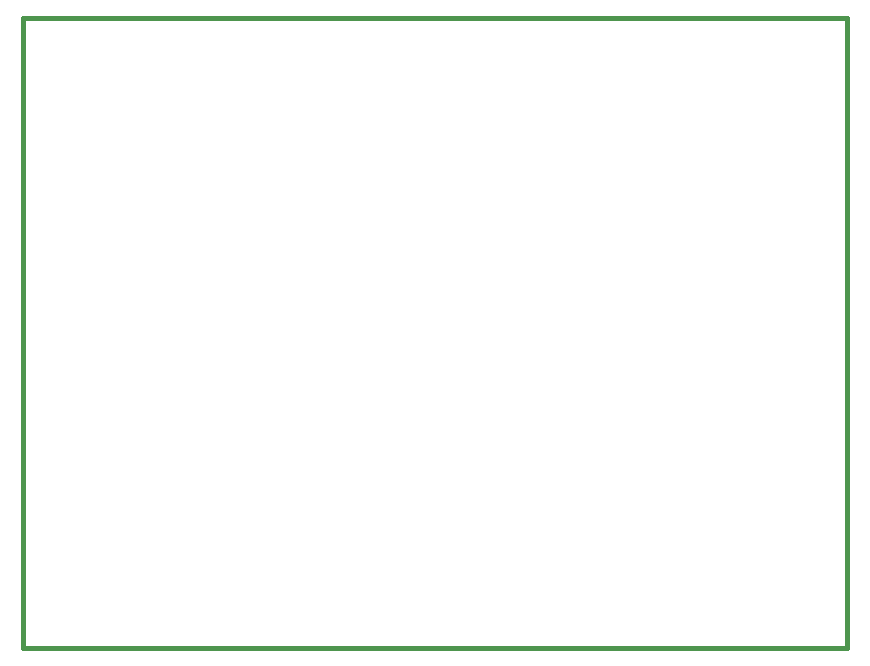
<source format=gbr>
G04 (created by PCBNEW-RS274X (2011-aug-04)-testing) date Fri 14 Sep 2012 05:32:11 PM PDT*
G01*
G70*
G90*
%MOIN*%
G04 Gerber Fmt 3.4, Leading zero omitted, Abs format*
%FSLAX34Y34*%
G04 APERTURE LIST*
%ADD10C,0.006000*%
%ADD11C,0.015000*%
G04 APERTURE END LIST*
G54D10*
G54D11*
X48720Y-52677D02*
X48720Y-31673D01*
X76181Y-52677D02*
X48720Y-52677D01*
X76181Y-31673D02*
X76181Y-52677D01*
X48720Y-31673D02*
X76181Y-31673D01*
M02*

</source>
